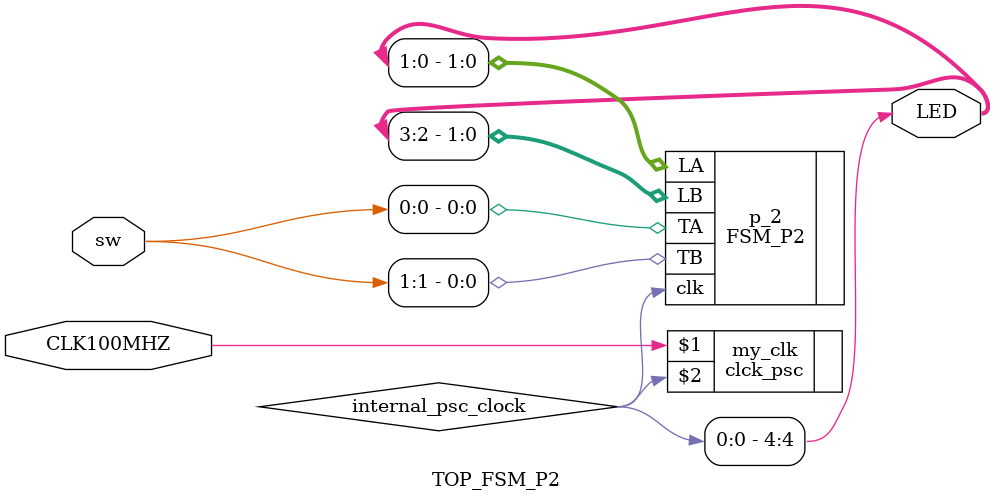
<source format=sv>
`timescale 1ns / 1ps

module TOP_FSM_P2(input logic CLK100MHZ,
                  input logic [1:0]sw,
                  output logic [4:0]LED);
   
   logic internal_psc_clock;
   
   clck_psc my_clk (CLK100MHZ, internal_psc_clock);
   FSM_P2 p_2 (.clk(internal_psc_clock), .TA(sw[0]),
                   .TB(sw[1]), .LA(LED[1:0]), .LB(LED[3:2]));
   assign LED[4] =  internal_psc_clock;      
                           
endmodule

</source>
